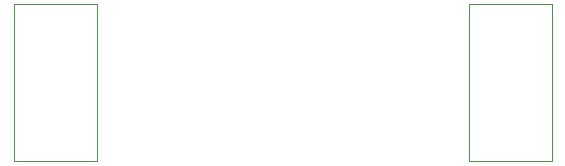
<source format=gbr>
%TF.GenerationSoftware,KiCad,Pcbnew,7.0.10*%
%TF.CreationDate,2024-04-17T22:46:39-04:00*%
%TF.ProjectId,kill-switch,6b696c6c-2d73-4776-9974-63682e6b6963,rev?*%
%TF.SameCoordinates,Original*%
%TF.FileFunction,Legend,Bot*%
%TF.FilePolarity,Positive*%
%FSLAX46Y46*%
G04 Gerber Fmt 4.6, Leading zero omitted, Abs format (unit mm)*
G04 Created by KiCad (PCBNEW 7.0.10) date 2024-04-17 22:46:39*
%MOMM*%
%LPD*%
G01*
G04 APERTURE LIST*
%ADD10C,0.100000*%
G04 APERTURE END LIST*
D10*
%TO.C,S1*%
X56246000Y-63554000D02*
X63254000Y-63554000D01*
X63254000Y-63554000D02*
X63254000Y-50246000D01*
X63254000Y-50246000D02*
X56246000Y-50246000D01*
X56246000Y-50246000D02*
X56246000Y-63554000D01*
%TO.C,S2*%
X94746000Y-63554000D02*
X101754000Y-63554000D01*
X101754000Y-63554000D02*
X101754000Y-50246000D01*
X101754000Y-50246000D02*
X94746000Y-50246000D01*
X94746000Y-50246000D02*
X94746000Y-63554000D01*
%TD*%
M02*

</source>
